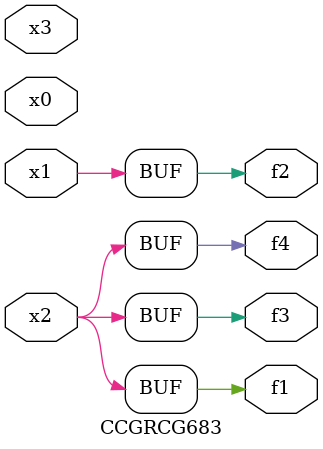
<source format=v>
module CCGRCG683(
	input x0, x1, x2, x3,
	output f1, f2, f3, f4
);
	assign f1 = x2;
	assign f2 = x1;
	assign f3 = x2;
	assign f4 = x2;
endmodule

</source>
